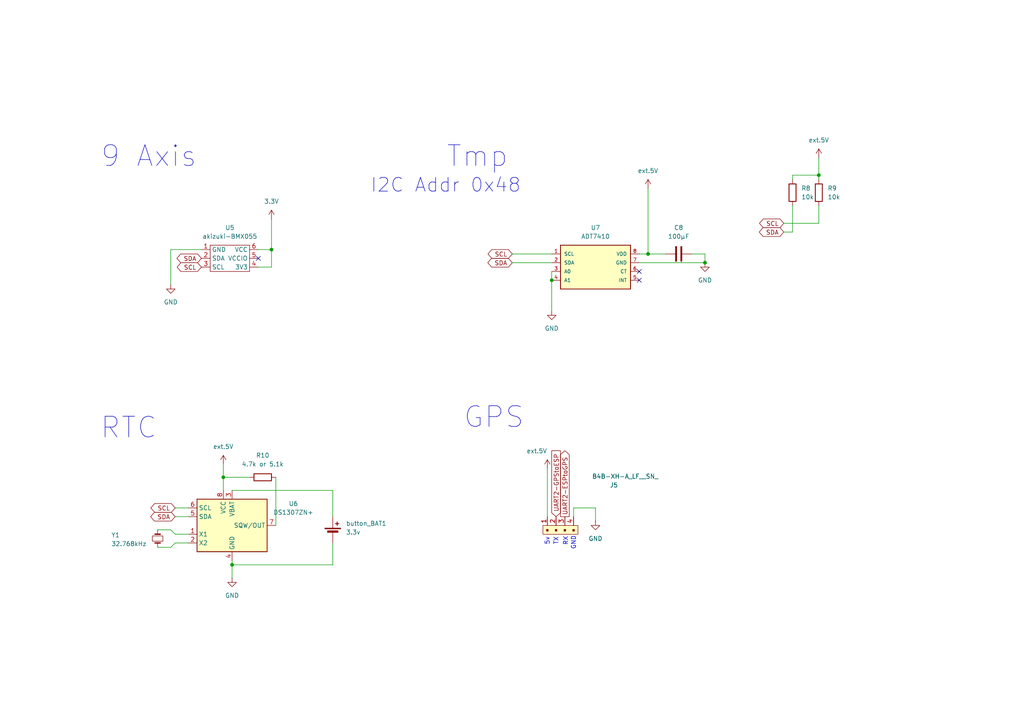
<source format=kicad_sch>
(kicad_sch
	(version 20231120)
	(generator "eeschema")
	(generator_version "8.0")
	(uuid "e586666c-f246-4df7-8a18-ea36252038e3")
	(paper "A4")
	(lib_symbols
		(symbol "01.Main-IMU:akizuki-BMX055"
			(exclude_from_sim no)
			(in_bom yes)
			(on_board yes)
			(property "Reference" "U"
				(at 0 1.27 0)
				(effects
					(font
						(size 1.27 1.27)
					)
				)
			)
			(property "Value" ""
				(at 0 0 0)
				(effects
					(font
						(size 1.27 1.27)
					)
				)
			)
			(property "Footprint" ""
				(at 0 0 0)
				(effects
					(font
						(size 1.27 1.27)
					)
					(hide yes)
				)
			)
			(property "Datasheet" ""
				(at 0 0 0)
				(effects
					(font
						(size 1.27 1.27)
					)
					(hide yes)
				)
			)
			(property "Description" ""
				(at 0 0 0)
				(effects
					(font
						(size 1.27 1.27)
					)
					(hide yes)
				)
			)
			(symbol "akizuki-BMX055_0_1"
				(rectangle
					(start 0 0)
					(end 11.43 -7.62)
					(stroke
						(width 0)
						(type default)
					)
					(fill
						(type none)
					)
				)
			)
			(symbol "akizuki-BMX055_1_1"
				(pin power_in line
					(at -2.54 -1.27 0)
					(length 2.54)
					(name "GND"
						(effects
							(font
								(size 1.27 1.27)
							)
						)
					)
					(number "1"
						(effects
							(font
								(size 1.27 1.27)
							)
						)
					)
				)
				(pin bidirectional line
					(at -2.54 -3.81 0)
					(length 2.54)
					(name "SDA"
						(effects
							(font
								(size 1.27 1.27)
							)
						)
					)
					(number "2"
						(effects
							(font
								(size 1.27 1.27)
							)
						)
					)
				)
				(pin bidirectional line
					(at -2.54 -6.35 0)
					(length 2.54)
					(name "SCL"
						(effects
							(font
								(size 1.27 1.27)
							)
						)
					)
					(number "3"
						(effects
							(font
								(size 1.27 1.27)
							)
						)
					)
				)
				(pin bidirectional line
					(at 13.97 -6.35 180)
					(length 2.54)
					(name "3V3"
						(effects
							(font
								(size 1.27 1.27)
							)
						)
					)
					(number "4"
						(effects
							(font
								(size 1.27 1.27)
							)
						)
					)
				)
				(pin bidirectional line
					(at 13.97 -3.81 180)
					(length 2.54)
					(name "VCCIO"
						(effects
							(font
								(size 1.27 1.27)
							)
						)
					)
					(number "5"
						(effects
							(font
								(size 1.27 1.27)
							)
						)
					)
				)
				(pin bidirectional line
					(at 13.97 -1.27 180)
					(length 2.54)
					(name "VCC"
						(effects
							(font
								(size 1.27 1.27)
							)
						)
					)
					(number "6"
						(effects
							(font
								(size 1.27 1.27)
							)
						)
					)
				)
			)
		)
		(symbol "ADT7410:ADT7410"
			(pin_names
				(offset 1.016)
			)
			(exclude_from_sim no)
			(in_bom yes)
			(on_board yes)
			(property "Reference" "U"
				(at -10.16 8.89 0)
				(effects
					(font
						(size 1.27 1.27)
					)
					(justify left bottom)
				)
			)
			(property "Value" "ADT7410"
				(at -10.16 -7.62 0)
				(effects
					(font
						(size 1.27 1.27)
					)
					(justify left bottom)
				)
			)
			(property "Footprint" "ADT7410:SOIC8"
				(at 0 0 0)
				(effects
					(font
						(size 1.27 1.27)
					)
					(justify bottom)
					(hide yes)
				)
			)
			(property "Datasheet" ""
				(at 0 0 0)
				(effects
					(font
						(size 1.27 1.27)
					)
					(hide yes)
				)
			)
			(property "Description" ""
				(at 0 0 0)
				(effects
					(font
						(size 1.27 1.27)
					)
					(hide yes)
				)
			)
			(property "MF" "Analog Devices"
				(at 0 0 0)
				(effects
					(font
						(size 1.27 1.27)
					)
					(justify bottom)
					(hide yes)
				)
			)
			(property "Description_1" "\nTemperature Sensor Digital, Local -55°C ~ 150°C 15 b 8-SOIC\n"
				(at 0 0 0)
				(effects
					(font
						(size 1.27 1.27)
					)
					(justify bottom)
					(hide yes)
				)
			)
			(property "Package" "SOIC-8 Analog Devices"
				(at 0 0 0)
				(effects
					(font
						(size 1.27 1.27)
					)
					(justify bottom)
					(hide yes)
				)
			)
			(property "Price" "None"
				(at 0 0 0)
				(effects
					(font
						(size 1.27 1.27)
					)
					(justify bottom)
					(hide yes)
				)
			)
			(property "SnapEDA_Link" "https://www.snapeda.com/parts/ADT7410/Analog+Devices/view-part/?ref=snap"
				(at 0 0 0)
				(effects
					(font
						(size 1.27 1.27)
					)
					(justify bottom)
					(hide yes)
				)
			)
			(property "MP" "ADT7410"
				(at 0 0 0)
				(effects
					(font
						(size 1.27 1.27)
					)
					(justify bottom)
					(hide yes)
				)
			)
			(property "Purchase-URL" "https://www.snapeda.com/api/url_track_click_mouser/?unipart_id=3597577&manufacturer=Analog Devices&part_name=ADT7410&search_term=None"
				(at 0 0 0)
				(effects
					(font
						(size 1.27 1.27)
					)
					(justify bottom)
					(hide yes)
				)
			)
			(property "Availability" "In Stock"
				(at 0 0 0)
				(effects
					(font
						(size 1.27 1.27)
					)
					(justify bottom)
					(hide yes)
				)
			)
			(property "Check_prices" "https://www.snapeda.com/parts/ADT7410/Analog+Devices/view-part/?ref=eda"
				(at 0 0 0)
				(effects
					(font
						(size 1.27 1.27)
					)
					(justify bottom)
					(hide yes)
				)
			)
			(symbol "ADT7410_0_0"
				(rectangle
					(start -10.16 -5.08)
					(end 10.16 7.62)
					(stroke
						(width 0.254)
						(type default)
					)
					(fill
						(type background)
					)
				)
				(pin bidirectional line
					(at -12.7 5.08 0)
					(length 2.54)
					(name "SCL"
						(effects
							(font
								(size 1.016 1.016)
							)
						)
					)
					(number "1"
						(effects
							(font
								(size 1.016 1.016)
							)
						)
					)
				)
				(pin bidirectional line
					(at -12.7 2.54 0)
					(length 2.54)
					(name "SDA"
						(effects
							(font
								(size 1.016 1.016)
							)
						)
					)
					(number "2"
						(effects
							(font
								(size 1.016 1.016)
							)
						)
					)
				)
				(pin bidirectional line
					(at -12.7 0 0)
					(length 2.54)
					(name "A0"
						(effects
							(font
								(size 1.016 1.016)
							)
						)
					)
					(number "3"
						(effects
							(font
								(size 1.016 1.016)
							)
						)
					)
				)
				(pin bidirectional line
					(at -12.7 -2.54 0)
					(length 2.54)
					(name "A1"
						(effects
							(font
								(size 1.016 1.016)
							)
						)
					)
					(number "4"
						(effects
							(font
								(size 1.016 1.016)
							)
						)
					)
				)
				(pin bidirectional line
					(at 12.7 -2.54 180)
					(length 2.54)
					(name "INT"
						(effects
							(font
								(size 1.016 1.016)
							)
						)
					)
					(number "5"
						(effects
							(font
								(size 1.016 1.016)
							)
						)
					)
				)
				(pin bidirectional line
					(at 12.7 0 180)
					(length 2.54)
					(name "CT"
						(effects
							(font
								(size 1.016 1.016)
							)
						)
					)
					(number "6"
						(effects
							(font
								(size 1.016 1.016)
							)
						)
					)
				)
				(pin power_in line
					(at 12.7 2.54 180)
					(length 2.54)
					(name "GND"
						(effects
							(font
								(size 1.016 1.016)
							)
						)
					)
					(number "7"
						(effects
							(font
								(size 1.016 1.016)
							)
						)
					)
				)
				(pin power_in line
					(at 12.7 5.08 180)
					(length 2.54)
					(name "VDD"
						(effects
							(font
								(size 1.016 1.016)
							)
						)
					)
					(number "8"
						(effects
							(font
								(size 1.016 1.016)
							)
						)
					)
				)
			)
		)
		(symbol "Device:Battery_Cell"
			(pin_numbers hide)
			(pin_names
				(offset 0) hide)
			(exclude_from_sim no)
			(in_bom yes)
			(on_board yes)
			(property "Reference" "button_BAT1"
				(at 3.81 3.1116 0)
				(effects
					(font
						(size 1.27 1.27)
					)
					(justify left)
				)
			)
			(property "Value" "3.3v"
				(at 3.81 0.5716 0)
				(effects
					(font
						(size 1.27 1.27)
					)
					(justify left)
				)
			)
			(property "Footprint" "snapEDA:BAT_CH291-1220LF"
				(at 0 1.524 90)
				(effects
					(font
						(size 1.27 1.27)
					)
					(hide yes)
				)
			)
			(property "Datasheet" "~"
				(at 0 1.524 90)
				(effects
					(font
						(size 1.27 1.27)
					)
					(hide yes)
				)
			)
			(property "Description" "Single-cell battery"
				(at 0 0 0)
				(effects
					(font
						(size 1.27 1.27)
					)
					(hide yes)
				)
			)
			(property "ki_keywords" "battery cell"
				(at 0 0 0)
				(effects
					(font
						(size 1.27 1.27)
					)
					(hide yes)
				)
			)
			(symbol "Battery_Cell_0_1"
				(rectangle
					(start -2.286 1.778)
					(end 2.286 1.524)
					(stroke
						(width 0)
						(type default)
					)
					(fill
						(type outline)
					)
				)
				(rectangle
					(start -1.524 1.016)
					(end 1.524 0.508)
					(stroke
						(width 0)
						(type default)
					)
					(fill
						(type outline)
					)
				)
				(polyline
					(pts
						(xy 0 0.762) (xy 0 0)
					)
					(stroke
						(width 0)
						(type default)
					)
					(fill
						(type none)
					)
				)
				(polyline
					(pts
						(xy 0 1.778) (xy 0 2.54)
					)
					(stroke
						(width 0)
						(type default)
					)
					(fill
						(type none)
					)
				)
				(polyline
					(pts
						(xy 0.762 3.048) (xy 1.778 3.048)
					)
					(stroke
						(width 0.254)
						(type default)
					)
					(fill
						(type none)
					)
				)
				(polyline
					(pts
						(xy 1.27 3.556) (xy 1.27 2.54)
					)
					(stroke
						(width 0.254)
						(type default)
					)
					(fill
						(type none)
					)
				)
			)
			(symbol "Battery_Cell_1_1"
				(pin passive line
					(at 0 5.08 270)
					(length 2.54)
					(name "+"
						(effects
							(font
								(size 1.27 1.27)
							)
						)
					)
					(number "1"
						(effects
							(font
								(size 1.27 1.27)
							)
						)
					)
				)
				(pin passive line
					(at 0 -2.54 90)
					(length 2.54)
					(name "-"
						(effects
							(font
								(size 1.27 1.27)
							)
						)
					)
					(number "2"
						(effects
							(font
								(size 1.27 1.27)
							)
						)
					)
				)
			)
		)
		(symbol "Device:R"
			(pin_numbers hide)
			(pin_names
				(offset 0)
			)
			(exclude_from_sim no)
			(in_bom yes)
			(on_board yes)
			(property "Reference" "R"
				(at 2.032 0 90)
				(effects
					(font
						(size 1.27 1.27)
					)
				)
			)
			(property "Value" "R"
				(at 0 0 90)
				(effects
					(font
						(size 1.27 1.27)
					)
				)
			)
			(property "Footprint" ""
				(at -1.778 0 90)
				(effects
					(font
						(size 1.27 1.27)
					)
					(hide yes)
				)
			)
			(property "Datasheet" "~"
				(at 0 0 0)
				(effects
					(font
						(size 1.27 1.27)
					)
					(hide yes)
				)
			)
			(property "Description" "Resistor"
				(at 0 0 0)
				(effects
					(font
						(size 1.27 1.27)
					)
					(hide yes)
				)
			)
			(property "ki_keywords" "R res resistor"
				(at 0 0 0)
				(effects
					(font
						(size 1.27 1.27)
					)
					(hide yes)
				)
			)
			(property "ki_fp_filters" "R_*"
				(at 0 0 0)
				(effects
					(font
						(size 1.27 1.27)
					)
					(hide yes)
				)
			)
			(symbol "R_0_1"
				(rectangle
					(start -1.016 -2.54)
					(end 1.016 2.54)
					(stroke
						(width 0.254)
						(type default)
					)
					(fill
						(type none)
					)
				)
			)
			(symbol "R_1_1"
				(pin passive line
					(at 0 3.81 270)
					(length 1.27)
					(name "~"
						(effects
							(font
								(size 1.27 1.27)
							)
						)
					)
					(number "1"
						(effects
							(font
								(size 1.27 1.27)
							)
						)
					)
				)
				(pin passive line
					(at 0 -3.81 90)
					(length 1.27)
					(name "~"
						(effects
							(font
								(size 1.27 1.27)
							)
						)
					)
					(number "2"
						(effects
							(font
								(size 1.27 1.27)
							)
						)
					)
				)
			)
		)
		(symbol "SparkFun-Capacitor:C"
			(pin_numbers hide)
			(pin_names
				(offset 0.254)
			)
			(exclude_from_sim no)
			(in_bom yes)
			(on_board yes)
			(property "Reference" "C"
				(at 0.635 2.54 0)
				(effects
					(font
						(size 1.27 1.27)
					)
					(justify left)
				)
			)
			(property "Value" "C"
				(at 0.635 -2.54 0)
				(effects
					(font
						(size 1.27 1.27)
					)
					(justify left)
				)
			)
			(property "Footprint" "SparkFun-Capacitor:C_0603_1608Metric"
				(at 0.9652 -11.43 0)
				(effects
					(font
						(size 1.27 1.27)
					)
					(hide yes)
				)
			)
			(property "Datasheet" "https://cdn.sparkfun.com/assets/8/a/4/a/5/Kemet_Capacitor_Datasheet.pdf"
				(at 1.27 -16.51 0)
				(effects
					(font
						(size 1.27 1.27)
					)
					(hide yes)
				)
			)
			(property "Description" "Unpolarized capacitor"
				(at 0 0 0)
				(effects
					(font
						(size 1.27 1.27)
					)
					(hide yes)
				)
			)
			(property "PROD_ID" "CAP-00000"
				(at 0 -13.97 0)
				(effects
					(font
						(size 1.27 1.27)
					)
					(hide yes)
				)
			)
			(property "Voltage" "1kV"
				(at 0 -6.35 0)
				(effects
					(font
						(size 1.27 1.27)
					)
				)
			)
			(property "Tolerance" "100%"
				(at 0 -8.89 0)
				(effects
					(font
						(size 1.27 1.27)
					)
				)
			)
			(property "ki_keywords" "cap capacitor"
				(at 0 0 0)
				(effects
					(font
						(size 1.27 1.27)
					)
					(hide yes)
				)
			)
			(property "ki_fp_filters" "C_*"
				(at 0 0 0)
				(effects
					(font
						(size 1.27 1.27)
					)
					(hide yes)
				)
			)
			(symbol "C_0_1"
				(polyline
					(pts
						(xy -2.032 -0.762) (xy 2.032 -0.762)
					)
					(stroke
						(width 0.508)
						(type default)
					)
					(fill
						(type none)
					)
				)
				(polyline
					(pts
						(xy -2.032 0.762) (xy 2.032 0.762)
					)
					(stroke
						(width 0.508)
						(type default)
					)
					(fill
						(type none)
					)
				)
			)
			(symbol "C_1_1"
				(pin passive line
					(at 0 3.81 270)
					(length 2.794)
					(name "~"
						(effects
							(font
								(size 1.27 1.27)
							)
						)
					)
					(number "1"
						(effects
							(font
								(size 1.27 1.27)
							)
						)
					)
				)
				(pin passive line
					(at 0 -3.81 90)
					(length 2.794)
					(name "~"
						(effects
							(font
								(size 1.27 1.27)
							)
						)
					)
					(number "2"
						(effects
							(font
								(size 1.27 1.27)
							)
						)
					)
				)
			)
		)
		(symbol "SparkFun-Clock:Crystal"
			(pin_numbers hide)
			(pin_names
				(offset 1.016) hide)
			(exclude_from_sim no)
			(in_bom yes)
			(on_board yes)
			(property "Reference" "Y"
				(at 0 2.54 0)
				(effects
					(font
						(size 1.27 1.27)
					)
				)
			)
			(property "Value" "Crystal"
				(at 0 -2.54 0)
				(effects
					(font
						(size 1.27 1.27)
					)
				)
			)
			(property "Footprint" "SparkFun-Clock:CRYSTAL-SMD-2.0X1.6MM"
				(at 0 -7.62 0)
				(effects
					(font
						(size 1.27 1.27)
					)
					(hide yes)
				)
			)
			(property "Datasheet" "~"
				(at 0 -5.08 0)
				(effects
					(font
						(size 1.27 1.27)
					)
					(hide yes)
				)
			)
			(property "Description" "Crystal"
				(at 0 0 0)
				(effects
					(font
						(size 1.27 1.27)
					)
					(hide yes)
				)
			)
			(property "PROD_ID" "XTAL-"
				(at 0 -10.16 0)
				(effects
					(font
						(size 1.27 1.27)
					)
					(hide yes)
				)
			)
			(property "ki_keywords" "quartz ceramic resonator oscillator"
				(at 0 0 0)
				(effects
					(font
						(size 1.27 1.27)
					)
					(hide yes)
				)
			)
			(property "ki_fp_filters" "Crystal*"
				(at 0 0 0)
				(effects
					(font
						(size 1.27 1.27)
					)
					(hide yes)
				)
			)
			(symbol "Crystal_0_1"
				(rectangle
					(start -0.762 -1.524)
					(end 0.762 1.524)
					(stroke
						(width 0)
						(type default)
					)
					(fill
						(type none)
					)
				)
				(polyline
					(pts
						(xy -1.27 -0.762) (xy -1.27 0.762)
					)
					(stroke
						(width 0.381)
						(type default)
					)
					(fill
						(type none)
					)
				)
				(polyline
					(pts
						(xy 1.27 -0.762) (xy 1.27 0.762)
					)
					(stroke
						(width 0.381)
						(type default)
					)
					(fill
						(type none)
					)
				)
			)
			(symbol "Crystal_1_1"
				(pin passive line
					(at -2.54 0 0)
					(length 1.27)
					(name "1"
						(effects
							(font
								(size 1.27 1.27)
							)
						)
					)
					(number "1"
						(effects
							(font
								(size 1.27 1.27)
							)
						)
					)
				)
				(pin passive line
					(at 2.54 0 180)
					(length 1.27)
					(name "2"
						(effects
							(font
								(size 1.27 1.27)
							)
						)
					)
					(number "2"
						(effects
							(font
								(size 1.27 1.27)
							)
						)
					)
				)
			)
		)
		(symbol "SparkFun-PowerSymbol:3.3V"
			(power)
			(pin_names
				(offset 0)
			)
			(exclude_from_sim no)
			(in_bom yes)
			(on_board yes)
			(property "Reference" "#PWR"
				(at 0 -3.81 0)
				(effects
					(font
						(size 1.27 1.27)
					)
					(hide yes)
				)
			)
			(property "Value" "3.3V"
				(at 0 3.556 0)
				(effects
					(font
						(size 1.27 1.27)
					)
				)
			)
			(property "Footprint" ""
				(at 0 0 0)
				(effects
					(font
						(size 1.27 1.27)
					)
					(hide yes)
				)
			)
			(property "Datasheet" ""
				(at 0 0 0)
				(effects
					(font
						(size 1.27 1.27)
					)
					(hide yes)
				)
			)
			(property "Description" "Power symbol creates a global label with name \"3.3V\""
				(at 0 0 0)
				(effects
					(font
						(size 1.27 1.27)
					)
					(hide yes)
				)
			)
			(property "ki_keywords" "global power"
				(at 0 0 0)
				(effects
					(font
						(size 1.27 1.27)
					)
					(hide yes)
				)
			)
			(symbol "3.3V_0_1"
				(polyline
					(pts
						(xy -0.762 1.27) (xy 0 2.54)
					)
					(stroke
						(width 0)
						(type default)
					)
					(fill
						(type none)
					)
				)
				(polyline
					(pts
						(xy 0 0) (xy 0 2.54)
					)
					(stroke
						(width 0)
						(type default)
					)
					(fill
						(type none)
					)
				)
				(polyline
					(pts
						(xy 0 2.54) (xy 0.762 1.27)
					)
					(stroke
						(width 0)
						(type default)
					)
					(fill
						(type none)
					)
				)
			)
			(symbol "3.3V_1_1"
				(pin power_in line
					(at 0 0 90)
					(length 0) hide
					(name "3.3V"
						(effects
							(font
								(size 1.27 1.27)
							)
						)
					)
					(number "1"
						(effects
							(font
								(size 1.27 1.27)
							)
						)
					)
				)
			)
		)
		(symbol "SparkFun-PowerSymbol:5V"
			(power)
			(pin_names
				(offset 0)
			)
			(exclude_from_sim no)
			(in_bom yes)
			(on_board yes)
			(property "Reference" "#PWR"
				(at 0 -3.81 0)
				(effects
					(font
						(size 1.27 1.27)
					)
					(hide yes)
				)
			)
			(property "Value" "5V"
				(at 0 3.556 0)
				(effects
					(font
						(size 1.27 1.27)
					)
				)
			)
			(property "Footprint" ""
				(at 0 0 0)
				(effects
					(font
						(size 1.27 1.27)
					)
					(hide yes)
				)
			)
			(property "Datasheet" ""
				(at 0 0 0)
				(effects
					(font
						(size 1.27 1.27)
					)
					(hide yes)
				)
			)
			(property "Description" "Power symbol creates a global label with name \"5V\""
				(at 0 0 0)
				(effects
					(font
						(size 1.27 1.27)
					)
					(hide yes)
				)
			)
			(property "ki_keywords" "global power"
				(at 0 0 0)
				(effects
					(font
						(size 1.27 1.27)
					)
					(hide yes)
				)
			)
			(symbol "5V_0_1"
				(polyline
					(pts
						(xy -0.762 1.27) (xy 0 2.54)
					)
					(stroke
						(width 0)
						(type default)
					)
					(fill
						(type none)
					)
				)
				(polyline
					(pts
						(xy 0 0) (xy 0 2.54)
					)
					(stroke
						(width 0)
						(type default)
					)
					(fill
						(type none)
					)
				)
				(polyline
					(pts
						(xy 0 2.54) (xy 0.762 1.27)
					)
					(stroke
						(width 0)
						(type default)
					)
					(fill
						(type none)
					)
				)
			)
			(symbol "5V_1_1"
				(pin power_in line
					(at 0 0 90)
					(length 0) hide
					(name "5V"
						(effects
							(font
								(size 1.27 1.27)
							)
						)
					)
					(number "1"
						(effects
							(font
								(size 1.27 1.27)
							)
						)
					)
				)
			)
		)
		(symbol "Timer_RTC:DS1307ZN+"
			(exclude_from_sim no)
			(in_bom yes)
			(on_board yes)
			(property "Reference" "U"
				(at -8.89 8.89 0)
				(effects
					(font
						(size 1.27 1.27)
					)
				)
			)
			(property "Value" "DS1307ZN+"
				(at 1.27 8.89 0)
				(effects
					(font
						(size 1.27 1.27)
					)
					(justify left)
				)
			)
			(property "Footprint" "Package_SO:SOIC-8_3.9x4.9mm_P1.27mm"
				(at 0 -12.7 0)
				(effects
					(font
						(size 1.27 1.27)
					)
					(hide yes)
				)
			)
			(property "Datasheet" "https://datasheets.maximintegrated.com/en/ds/DS1307.pdf"
				(at 0 0 0)
				(effects
					(font
						(size 1.27 1.27)
					)
					(hide yes)
				)
			)
			(property "Description" "64 x 8, Serial, I2C Real-time clock, 4.5V to 5.5V VCC, -40°C to +85°C, SOIC-8"
				(at 0 0 0)
				(effects
					(font
						(size 1.27 1.27)
					)
					(hide yes)
				)
			)
			(property "ki_keywords" "RTC, I2C Timekeeping Chip"
				(at 0 0 0)
				(effects
					(font
						(size 1.27 1.27)
					)
					(hide yes)
				)
			)
			(property "ki_fp_filters" "SOIC*3.9x4.9mm?P1.27mm*"
				(at 0 0 0)
				(effects
					(font
						(size 1.27 1.27)
					)
					(hide yes)
				)
			)
			(symbol "DS1307ZN+_0_1"
				(rectangle
					(start -10.16 7.62)
					(end 10.16 -7.62)
					(stroke
						(width 0.254)
						(type default)
					)
					(fill
						(type background)
					)
				)
			)
			(symbol "DS1307ZN+_1_1"
				(pin input line
					(at -12.7 -2.54 0)
					(length 2.54)
					(name "X1"
						(effects
							(font
								(size 1.27 1.27)
							)
						)
					)
					(number "1"
						(effects
							(font
								(size 1.27 1.27)
							)
						)
					)
				)
				(pin input line
					(at -12.7 -5.08 0)
					(length 2.54)
					(name "X2"
						(effects
							(font
								(size 1.27 1.27)
							)
						)
					)
					(number "2"
						(effects
							(font
								(size 1.27 1.27)
							)
						)
					)
				)
				(pin power_in line
					(at 0 10.16 270)
					(length 2.54)
					(name "VBAT"
						(effects
							(font
								(size 1.27 1.27)
							)
						)
					)
					(number "3"
						(effects
							(font
								(size 1.27 1.27)
							)
						)
					)
				)
				(pin power_in line
					(at 0 -10.16 90)
					(length 2.54)
					(name "GND"
						(effects
							(font
								(size 1.27 1.27)
							)
						)
					)
					(number "4"
						(effects
							(font
								(size 1.27 1.27)
							)
						)
					)
				)
				(pin bidirectional line
					(at -12.7 2.54 0)
					(length 2.54)
					(name "SDA"
						(effects
							(font
								(size 1.27 1.27)
							)
						)
					)
					(number "5"
						(effects
							(font
								(size 1.27 1.27)
							)
						)
					)
				)
				(pin input line
					(at -12.7 5.08 0)
					(length 2.54)
					(name "SCL"
						(effects
							(font
								(size 1.27 1.27)
							)
						)
					)
					(number "6"
						(effects
							(font
								(size 1.27 1.27)
							)
						)
					)
				)
				(pin open_collector line
					(at 12.7 0 180)
					(length 2.54)
					(name "SQW/OUT"
						(effects
							(font
								(size 1.27 1.27)
							)
						)
					)
					(number "7"
						(effects
							(font
								(size 1.27 1.27)
							)
						)
					)
				)
				(pin power_in line
					(at -2.54 10.16 270)
					(length 2.54)
					(name "VCC"
						(effects
							(font
								(size 1.27 1.27)
							)
						)
					)
					(number "8"
						(effects
							(font
								(size 1.27 1.27)
							)
						)
					)
				)
			)
		)
		(symbol "dk_Rectangular-Connectors-Headers-Male-Pins:B4B-XH-A_LF__SN_"
			(pin_names
				(offset 1.016)
			)
			(exclude_from_sim no)
			(in_bom yes)
			(on_board yes)
			(property "Reference" "J"
				(at -2.54 -1.27 0)
				(effects
					(font
						(size 1.27 1.27)
					)
					(justify right)
				)
			)
			(property "Value" "B4B-XH-A_LF__SN_"
				(at 3.81 -3.81 0)
				(effects
					(font
						(size 1.27 1.27)
					)
				)
			)
			(property "Footprint" "digikey-footprints:PinHeader_1x4_P2.5mm_Drill1.1mm"
				(at 5.08 5.08 0)
				(effects
					(font
						(size 1.524 1.524)
					)
					(justify left)
					(hide yes)
				)
			)
			(property "Datasheet" "http://www.jst-mfg.com/product/pdf/eng/eXH.pdf"
				(at 5.08 7.62 0)
				(effects
					(font
						(size 1.524 1.524)
					)
					(justify left)
					(hide yes)
				)
			)
			(property "Description" "CONN HEADER VERT 4POS 2.5MM"
				(at 5.08 25.4 0)
				(effects
					(font
						(size 1.524 1.524)
					)
					(justify left)
					(hide yes)
				)
			)
			(property "Digi-Key_PN" "455-2249-ND"
				(at 5.08 10.16 0)
				(effects
					(font
						(size 1.524 1.524)
					)
					(justify left)
					(hide yes)
				)
			)
			(property "MPN" "B4B-XH-A(LF)(SN)"
				(at 5.08 12.7 0)
				(effects
					(font
						(size 1.524 1.524)
					)
					(justify left)
					(hide yes)
				)
			)
			(property "Category" "Connectors, Interconnects"
				(at 5.08 15.24 0)
				(effects
					(font
						(size 1.524 1.524)
					)
					(justify left)
					(hide yes)
				)
			)
			(property "Family" "Rectangular Connectors - Headers, Male Pins"
				(at 5.08 17.78 0)
				(effects
					(font
						(size 1.524 1.524)
					)
					(justify left)
					(hide yes)
				)
			)
			(property "DK_Datasheet_Link" "http://www.jst-mfg.com/product/pdf/eng/eXH.pdf"
				(at 5.08 20.32 0)
				(effects
					(font
						(size 1.524 1.524)
					)
					(justify left)
					(hide yes)
				)
			)
			(property "DK_Detail_Page" "/product-detail/en/jst-sales-america-inc/B4B-XH-A(LF)(SN)/455-2249-ND/1651047"
				(at 5.08 22.86 0)
				(effects
					(font
						(size 1.524 1.524)
					)
					(justify left)
					(hide yes)
				)
			)
			(property "Manufacturer" "JST Sales America Inc."
				(at 5.08 27.94 0)
				(effects
					(font
						(size 1.524 1.524)
					)
					(justify left)
					(hide yes)
				)
			)
			(property "Status" "Active"
				(at 5.08 30.48 0)
				(effects
					(font
						(size 1.524 1.524)
					)
					(justify left)
					(hide yes)
				)
			)
			(property "ki_keywords" "455-2249-ND XH"
				(at 0 0 0)
				(effects
					(font
						(size 1.27 1.27)
					)
					(hide yes)
				)
			)
			(symbol "B4B-XH-A_LF__SN__1_1"
				(rectangle
					(start -1.27 0)
					(end 8.89 -2.54)
					(stroke
						(width 0)
						(type solid)
					)
					(fill
						(type background)
					)
				)
				(rectangle
					(start -0.254 -1.143)
					(end 0.254 -1.651)
					(stroke
						(width 0)
						(type solid)
					)
					(fill
						(type outline)
					)
				)
				(rectangle
					(start 2.286 -1.143)
					(end 2.794 -1.651)
					(stroke
						(width 0)
						(type solid)
					)
					(fill
						(type outline)
					)
				)
				(rectangle
					(start 4.826 -1.143)
					(end 5.334 -1.651)
					(stroke
						(width 0)
						(type solid)
					)
					(fill
						(type outline)
					)
				)
				(rectangle
					(start 7.366 -1.143)
					(end 7.874 -1.651)
					(stroke
						(width 0)
						(type solid)
					)
					(fill
						(type outline)
					)
				)
				(pin passive line
					(at 0 2.54 270)
					(length 2.54)
					(name "~"
						(effects
							(font
								(size 1.27 1.27)
							)
						)
					)
					(number "1"
						(effects
							(font
								(size 1.27 1.27)
							)
						)
					)
				)
				(pin passive line
					(at 2.54 2.54 270)
					(length 2.54)
					(name "~"
						(effects
							(font
								(size 1.27 1.27)
							)
						)
					)
					(number "2"
						(effects
							(font
								(size 1.27 1.27)
							)
						)
					)
				)
				(pin passive line
					(at 5.08 2.54 270)
					(length 2.54)
					(name "~"
						(effects
							(font
								(size 1.27 1.27)
							)
						)
					)
					(number "3"
						(effects
							(font
								(size 1.27 1.27)
							)
						)
					)
				)
				(pin passive line
					(at 7.62 2.54 270)
					(length 2.54)
					(name "~"
						(effects
							(font
								(size 1.27 1.27)
							)
						)
					)
					(number "4"
						(effects
							(font
								(size 1.27 1.27)
							)
						)
					)
				)
			)
		)
		(symbol "power:GND"
			(power)
			(pin_numbers hide)
			(pin_names
				(offset 0) hide)
			(exclude_from_sim no)
			(in_bom yes)
			(on_board yes)
			(property "Reference" "#PWR"
				(at 0 -6.35 0)
				(effects
					(font
						(size 1.27 1.27)
					)
					(hide yes)
				)
			)
			(property "Value" "GND"
				(at 0 -3.81 0)
				(effects
					(font
						(size 1.27 1.27)
					)
				)
			)
			(property "Footprint" ""
				(at 0 0 0)
				(effects
					(font
						(size 1.27 1.27)
					)
					(hide yes)
				)
			)
			(property "Datasheet" ""
				(at 0 0 0)
				(effects
					(font
						(size 1.27 1.27)
					)
					(hide yes)
				)
			)
			(property "Description" "Power symbol creates a global label with name \"GND\" , ground"
				(at 0 0 0)
				(effects
					(font
						(size 1.27 1.27)
					)
					(hide yes)
				)
			)
			(property "ki_keywords" "global power"
				(at 0 0 0)
				(effects
					(font
						(size 1.27 1.27)
					)
					(hide yes)
				)
			)
			(symbol "GND_0_1"
				(polyline
					(pts
						(xy 0 0) (xy 0 -1.27) (xy 1.27 -1.27) (xy 0 -2.54) (xy -1.27 -1.27) (xy 0 -1.27)
					)
					(stroke
						(width 0)
						(type default)
					)
					(fill
						(type none)
					)
				)
			)
			(symbol "GND_1_1"
				(pin power_in line
					(at 0 0 270)
					(length 0)
					(name "~"
						(effects
							(font
								(size 1.27 1.27)
							)
						)
					)
					(number "1"
						(effects
							(font
								(size 1.27 1.27)
							)
						)
					)
				)
			)
		)
	)
	(junction
		(at 64.77 138.43)
		(diameter 0)
		(color 0 0 0 0)
		(uuid "0905fb69-8d27-43ee-8aa0-5e4525a0ef2e")
	)
	(junction
		(at 187.96 73.66)
		(diameter 0)
		(color 0 0 0 0)
		(uuid "2201f014-e5d4-463b-b2d2-a1bec2d2d411")
	)
	(junction
		(at 160.02 81.28)
		(diameter 0)
		(color 0 0 0 0)
		(uuid "7ebf5de6-cba3-47ed-823c-7d33cba349d3")
	)
	(junction
		(at 237.49 50.8)
		(diameter 0)
		(color 0 0 0 0)
		(uuid "8fed893c-d241-4f3b-b1a6-eb450013126c")
	)
	(junction
		(at 78.74 72.39)
		(diameter 0)
		(color 0 0 0 0)
		(uuid "a34322f7-f9cf-4f5e-9fb4-46330e662cda")
	)
	(junction
		(at 204.47 76.2)
		(diameter 0)
		(color 0 0 0 0)
		(uuid "bbafd74d-7d70-4c57-8832-bcf11b3d1431")
	)
	(junction
		(at 67.31 163.83)
		(diameter 0)
		(color 0 0 0 0)
		(uuid "fe0a0107-5049-47d2-aae0-379b7a719e14")
	)
	(no_connect
		(at 74.93 74.93)
		(uuid "04dd4d68-2f9d-418f-9021-04bba2fdd178")
	)
	(no_connect
		(at 185.42 81.28)
		(uuid "238fb6ce-3ab3-4772-9d25-86646e0a66f2")
	)
	(no_connect
		(at 185.42 78.74)
		(uuid "c4739b4b-dc12-4f63-8c6f-e3b8c205f56a")
	)
	(wire
		(pts
			(xy 50.8 157.48) (xy 54.61 157.48)
		)
		(stroke
			(width 0)
			(type default)
		)
		(uuid "0547ed24-4542-4694-b90c-5818a309184c")
	)
	(wire
		(pts
			(xy 50.8 149.86) (xy 54.61 149.86)
		)
		(stroke
			(width 0)
			(type default)
		)
		(uuid "0d1d9682-6e7f-47fe-a134-9388cf180ab9")
	)
	(wire
		(pts
			(xy 185.42 76.2) (xy 204.47 76.2)
		)
		(stroke
			(width 0)
			(type default)
		)
		(uuid "0eb310ea-58b9-4889-b8a0-5254aaf9c0ec")
	)
	(wire
		(pts
			(xy 49.53 72.39) (xy 58.42 72.39)
		)
		(stroke
			(width 0)
			(type default)
		)
		(uuid "11994871-27d7-4aff-ba8b-edfb614809a4")
	)
	(wire
		(pts
			(xy 227.33 64.77) (xy 237.49 64.77)
		)
		(stroke
			(width 0)
			(type default)
		)
		(uuid "13755776-3e73-4a4a-a34a-190e5a6f31d7")
	)
	(wire
		(pts
			(xy 166.37 147.32) (xy 166.37 149.86)
		)
		(stroke
			(width 0)
			(type default)
		)
		(uuid "1ad89436-09d6-4ece-b86b-96c9a1397076")
	)
	(wire
		(pts
			(xy 227.33 67.31) (xy 229.87 67.31)
		)
		(stroke
			(width 0)
			(type default)
		)
		(uuid "24087687-ddab-4f6a-9f87-9ce980252466")
	)
	(wire
		(pts
			(xy 45.72 158.75) (xy 49.53 158.75)
		)
		(stroke
			(width 0)
			(type default)
		)
		(uuid "2a8c79d0-dc10-4d8c-9938-1574c597dfbe")
	)
	(wire
		(pts
			(xy 237.49 45.72) (xy 237.49 50.8)
		)
		(stroke
			(width 0)
			(type default)
		)
		(uuid "2d82962e-6332-4d21-b4c7-ad9e926a0eb4")
	)
	(wire
		(pts
			(xy 67.31 162.56) (xy 67.31 163.83)
		)
		(stroke
			(width 0)
			(type default)
		)
		(uuid "2f4f33ae-a1bf-462d-b194-0fcb8f6080ac")
	)
	(wire
		(pts
			(xy 74.93 72.39) (xy 78.74 72.39)
		)
		(stroke
			(width 0)
			(type default)
		)
		(uuid "3347c27e-8e13-419f-96bd-a1a58217bb9c")
	)
	(wire
		(pts
			(xy 67.31 163.83) (xy 96.52 163.83)
		)
		(stroke
			(width 0)
			(type default)
		)
		(uuid "42dde972-c797-4599-9813-fcb062b50d4a")
	)
	(wire
		(pts
			(xy 78.74 77.47) (xy 78.74 72.39)
		)
		(stroke
			(width 0)
			(type default)
		)
		(uuid "4673e496-7f5c-4202-b084-176f110ab606")
	)
	(wire
		(pts
			(xy 96.52 157.48) (xy 96.52 163.83)
		)
		(stroke
			(width 0)
			(type default)
		)
		(uuid "48e071a8-0a5d-43db-86ce-7e2e8f95fbf0")
	)
	(wire
		(pts
			(xy 229.87 59.69) (xy 229.87 67.31)
		)
		(stroke
			(width 0)
			(type default)
		)
		(uuid "4d8b6047-cf4c-4a6d-8c83-8d064db222b7")
	)
	(wire
		(pts
			(xy 49.53 153.67) (xy 50.8 154.94)
		)
		(stroke
			(width 0)
			(type default)
		)
		(uuid "51741dec-0b51-4943-a0fc-2e589eb364b5")
	)
	(wire
		(pts
			(xy 67.31 142.24) (xy 96.52 142.24)
		)
		(stroke
			(width 0)
			(type default)
		)
		(uuid "591bcf9c-bce2-4f2d-8706-f6557ea84e45")
	)
	(wire
		(pts
			(xy 172.72 147.32) (xy 172.72 151.13)
		)
		(stroke
			(width 0)
			(type default)
		)
		(uuid "61f7dda9-e0f3-4288-9011-1e9406b479fc")
	)
	(wire
		(pts
			(xy 160.02 78.74) (xy 160.02 81.28)
		)
		(stroke
			(width 0)
			(type default)
		)
		(uuid "6323686b-23cd-4706-b826-ce08451e00aa")
	)
	(wire
		(pts
			(xy 50.8 157.48) (xy 49.53 158.75)
		)
		(stroke
			(width 0)
			(type default)
		)
		(uuid "75197b11-7373-4148-be5e-402b85b54dd9")
	)
	(wire
		(pts
			(xy 187.96 54.61) (xy 187.96 73.66)
		)
		(stroke
			(width 0)
			(type default)
		)
		(uuid "75c3e2d9-2b55-4265-a8dd-31ce1c7362ab")
	)
	(wire
		(pts
			(xy 74.93 77.47) (xy 78.74 77.47)
		)
		(stroke
			(width 0)
			(type default)
		)
		(uuid "7d1d6b3a-c2bc-4732-9ca5-41be03eb5f1f")
	)
	(wire
		(pts
			(xy 50.8 154.94) (xy 54.61 154.94)
		)
		(stroke
			(width 0)
			(type default)
		)
		(uuid "8171df10-dc0f-4b23-a613-38141c72c7ee")
	)
	(wire
		(pts
			(xy 64.77 138.43) (xy 72.39 138.43)
		)
		(stroke
			(width 0)
			(type default)
		)
		(uuid "8c408ab0-1fdf-4f96-b53d-5a9318ff65b7")
	)
	(wire
		(pts
			(xy 64.77 138.43) (xy 64.77 142.24)
		)
		(stroke
			(width 0)
			(type default)
		)
		(uuid "8ffc7039-57c8-41da-8107-ee0677c720a3")
	)
	(wire
		(pts
			(xy 229.87 50.8) (xy 229.87 52.07)
		)
		(stroke
			(width 0)
			(type default)
		)
		(uuid "9978c4ee-62ba-4fc6-9f47-508011d71b0d")
	)
	(wire
		(pts
			(xy 96.52 142.24) (xy 96.52 149.86)
		)
		(stroke
			(width 0)
			(type default)
		)
		(uuid "9aaaf407-8021-4334-804d-a963b570a3ba")
	)
	(wire
		(pts
			(xy 158.75 135.89) (xy 158.75 149.86)
		)
		(stroke
			(width 0)
			(type default)
		)
		(uuid "9dab6596-11ea-4c19-8081-517d44053575")
	)
	(wire
		(pts
			(xy 185.42 73.66) (xy 187.96 73.66)
		)
		(stroke
			(width 0)
			(type default)
		)
		(uuid "9f3d69a0-0f72-4bf7-9b82-eea1a56afc02")
	)
	(wire
		(pts
			(xy 237.49 59.69) (xy 237.49 64.77)
		)
		(stroke
			(width 0)
			(type default)
		)
		(uuid "a3095593-0f4a-45bc-8ed4-9d299ca0d769")
	)
	(wire
		(pts
			(xy 204.47 73.66) (xy 204.47 76.2)
		)
		(stroke
			(width 0)
			(type default)
		)
		(uuid "a8a0f857-56db-46de-a892-ebab3350a836")
	)
	(wire
		(pts
			(xy 49.53 72.39) (xy 49.53 82.55)
		)
		(stroke
			(width 0)
			(type default)
		)
		(uuid "ae7db96b-b938-4a17-9c35-d8b0db624eed")
	)
	(wire
		(pts
			(xy 148.59 73.66) (xy 160.02 73.66)
		)
		(stroke
			(width 0)
			(type default)
		)
		(uuid "b0731f98-73e4-4ad1-a016-fd722a6695e9")
	)
	(wire
		(pts
			(xy 80.01 138.43) (xy 80.01 152.4)
		)
		(stroke
			(width 0)
			(type default)
		)
		(uuid "b8545782-24ca-46ff-8c7c-c7d79ebd6597")
	)
	(wire
		(pts
			(xy 64.77 134.62) (xy 64.77 138.43)
		)
		(stroke
			(width 0)
			(type default)
		)
		(uuid "bdc7923c-30df-47c6-ab33-cab524d30d2e")
	)
	(wire
		(pts
			(xy 187.96 73.66) (xy 193.04 73.66)
		)
		(stroke
			(width 0)
			(type default)
		)
		(uuid "c4c8d990-2215-4609-8c96-528249e651cc")
	)
	(wire
		(pts
			(xy 229.87 50.8) (xy 237.49 50.8)
		)
		(stroke
			(width 0)
			(type default)
		)
		(uuid "ce9f8a2d-93dd-4f92-a081-8b6f58491efe")
	)
	(wire
		(pts
			(xy 160.02 81.28) (xy 160.02 90.17)
		)
		(stroke
			(width 0)
			(type default)
		)
		(uuid "cec6c2d5-0e51-4488-bed9-66f75240ab45")
	)
	(wire
		(pts
			(xy 67.31 163.83) (xy 67.31 167.64)
		)
		(stroke
			(width 0)
			(type default)
		)
		(uuid "d30a3eaf-a63c-4ad6-8069-d301d78211df")
	)
	(wire
		(pts
			(xy 148.59 76.2) (xy 160.02 76.2)
		)
		(stroke
			(width 0)
			(type default)
		)
		(uuid "d5116974-7000-4d3f-b411-2f90887db862")
	)
	(wire
		(pts
			(xy 200.66 73.66) (xy 204.47 73.66)
		)
		(stroke
			(width 0)
			(type default)
		)
		(uuid "dec6d0b8-5c19-43c4-9ce3-3ed0d858f82b")
	)
	(wire
		(pts
			(xy 50.8 147.32) (xy 54.61 147.32)
		)
		(stroke
			(width 0)
			(type default)
		)
		(uuid "dfd75daa-abac-43c7-a3db-0b23a32878f7")
	)
	(wire
		(pts
			(xy 237.49 50.8) (xy 237.49 52.07)
		)
		(stroke
			(width 0)
			(type default)
		)
		(uuid "ed8d4277-6a50-4eb4-b374-be3d014b9c08")
	)
	(wire
		(pts
			(xy 166.37 147.32) (xy 172.72 147.32)
		)
		(stroke
			(width 0)
			(type default)
		)
		(uuid "f32da36c-eba6-4867-8615-044a0b9fa0a4")
	)
	(wire
		(pts
			(xy 45.72 153.67) (xy 49.53 153.67)
		)
		(stroke
			(width 0)
			(type default)
		)
		(uuid "f591ae36-2032-49ef-9629-b5e2ac125d82")
	)
	(wire
		(pts
			(xy 78.74 72.39) (xy 78.74 63.5)
		)
		(stroke
			(width 0)
			(type default)
		)
		(uuid "f752d53f-8c2f-4563-9579-fdce6cb08f37")
	)
	(text "9 Axis"
		(exclude_from_sim no)
		(at 43.18 45.466 0)
		(effects
			(font
				(size 6 6)
			)
		)
		(uuid "130392f3-add2-4010-890f-27c40e009bf9")
	)
	(text "Tmp"
		(exclude_from_sim no)
		(at 138.43 45.466 0)
		(effects
			(font
				(size 6 6)
			)
		)
		(uuid "2c57db85-e3aa-4634-9805-65c4ad4e27e9")
	)
	(text "GPS"
		(exclude_from_sim no)
		(at 143.256 121.158 0)
		(effects
			(font
				(size 6 6)
			)
		)
		(uuid "3817ad68-4e8a-4349-8178-6416a00d8fea")
	)
	(text "TX"
		(exclude_from_sim no)
		(at 161.29 156.972 90)
		(effects
			(font
				(size 1.27 1.27)
			)
		)
		(uuid "4b03f055-d541-416d-9103-0c39cf664dbf")
	)
	(text "GND"
		(exclude_from_sim no)
		(at 166.37 157.48 90)
		(effects
			(font
				(size 1.27 1.27)
			)
		)
		(uuid "65db5205-6627-4dba-af2f-71d2957776af")
	)
	(text "5v"
		(exclude_from_sim no)
		(at 158.75 156.972 90)
		(effects
			(font
				(size 1.27 1.27)
			)
		)
		(uuid "937fa948-b54d-487c-8910-927c50a39e07")
	)
	(text "RTC"
		(exclude_from_sim no)
		(at 37.338 124.206 0)
		(effects
			(font
				(size 6 6)
			)
		)
		(uuid "93a0891e-dc11-4308-9b1a-bd6a39201eab")
	)
	(text "RX"
		(exclude_from_sim no)
		(at 164.084 156.972 90)
		(effects
			(font
				(size 1.27 1.27)
			)
		)
		(uuid "a232f56b-feb6-4cec-8e54-b69d7d10c1ed")
	)
	(text "I2C Addr 0x48"
		(exclude_from_sim no)
		(at 129.286 53.848 0)
		(effects
			(font
				(size 4 4)
			)
		)
		(uuid "c0a3ce0b-88ed-47d8-83be-b631d5eff70f")
	)
	(global_label "SDA"
		(shape bidirectional)
		(at 227.33 67.31 180)
		(fields_autoplaced yes)
		(effects
			(font
				(size 1.27 1.27)
			)
			(justify right)
		)
		(uuid "418bf365-f208-49b0-8b58-0277821ca6ac")
		(property "Intersheetrefs" "${INTERSHEET_REFS}"
			(at 219.6654 67.31 0)
			(effects
				(font
					(size 1.27 1.27)
				)
				(justify right)
				(hide yes)
			)
		)
	)
	(global_label "UART2-ESPtoGPS"
		(shape output)
		(at 163.83 149.86 90)
		(fields_autoplaced yes)
		(effects
			(font
				(size 1.27 1.27)
			)
			(justify left)
		)
		(uuid "6882481a-a483-4306-befd-c033eac9f3f2")
		(property "Intersheetrefs" "${INTERSHEET_REFS}"
			(at 163.83 130.1835 90)
			(effects
				(font
					(size 1.27 1.27)
				)
				(justify left)
				(hide yes)
			)
		)
	)
	(global_label "SDA"
		(shape bidirectional)
		(at 58.42 74.93 180)
		(fields_autoplaced yes)
		(effects
			(font
				(size 1.27 1.27)
			)
			(justify right)
		)
		(uuid "740adcd8-0d7c-4e84-b4e8-f7460565785e")
		(property "Intersheetrefs" "${INTERSHEET_REFS}"
			(at 50.7554 74.93 0)
			(effects
				(font
					(size 1.27 1.27)
				)
				(justify right)
				(hide yes)
			)
		)
	)
	(global_label "UART2-GPStoESP"
		(shape input)
		(at 161.29 149.86 90)
		(fields_autoplaced yes)
		(effects
			(font
				(size 1.27 1.27)
			)
			(justify left)
		)
		(uuid "8621d23b-d1bc-44b0-89f3-1da8473d48f7")
		(property "Intersheetrefs" "${INTERSHEET_REFS}"
			(at 161.29 130.1835 90)
			(effects
				(font
					(size 1.27 1.27)
				)
				(justify left)
				(hide yes)
			)
		)
	)
	(global_label "SCL"
		(shape bidirectional)
		(at 227.33 64.77 180)
		(fields_autoplaced yes)
		(effects
			(font
				(size 1.27 1.27)
			)
			(justify right)
		)
		(uuid "b9679cea-b5f7-41b5-b8b3-2c1ca65aafca")
		(property "Intersheetrefs" "${INTERSHEET_REFS}"
			(at 219.7259 64.77 0)
			(effects
				(font
					(size 1.27 1.27)
				)
				(justify right)
				(hide yes)
			)
		)
	)
	(global_label "SCL"
		(shape bidirectional)
		(at 148.59 73.66 180)
		(fields_autoplaced yes)
		(effects
			(font
				(size 1.27 1.27)
			)
			(justify right)
		)
		(uuid "ba0a048b-147e-4e8a-88a4-db82b1e6d052")
		(property "Intersheetrefs" "${INTERSHEET_REFS}"
			(at 140.9859 73.66 0)
			(effects
				(font
					(size 1.27 1.27)
				)
				(justify right)
				(hide yes)
			)
		)
	)
	(global_label "SCL"
		(shape bidirectional)
		(at 58.42 77.47 180)
		(fields_autoplaced yes)
		(effects
			(font
				(size 1.27 1.27)
			)
			(justify right)
		)
		(uuid "bbbe6fed-9f5b-4e78-8fde-56388b821422")
		(property "Intersheetrefs" "${INTERSHEET_REFS}"
			(at 50.8159 77.47 0)
			(effects
				(font
					(size 1.27 1.27)
				)
				(justify right)
				(hide yes)
			)
		)
	)
	(global_label "SDA"
		(shape bidirectional)
		(at 50.8 149.86 180)
		(fields_autoplaced yes)
		(effects
			(font
				(size 1.27 1.27)
			)
			(justify right)
		)
		(uuid "c815721a-1b1e-4b3d-a648-9e89ed090047")
		(property "Intersheetrefs" "${INTERSHEET_REFS}"
			(at 43.1354 149.86 0)
			(effects
				(font
					(size 1.27 1.27)
				)
				(justify right)
				(hide yes)
			)
		)
	)
	(global_label "SDA"
		(shape bidirectional)
		(at 148.59 76.2 180)
		(fields_autoplaced yes)
		(effects
			(font
				(size 1.27 1.27)
			)
			(justify right)
		)
		(uuid "ca8534c5-dc24-4f9b-a845-afe761322d71")
		(property "Intersheetrefs" "${INTERSHEET_REFS}"
			(at 140.9254 76.2 0)
			(effects
				(font
					(size 1.27 1.27)
				)
				(justify right)
				(hide yes)
			)
		)
	)
	(global_label "SCL"
		(shape bidirectional)
		(at 50.8 147.32 180)
		(fields_autoplaced yes)
		(effects
			(font
				(size 1.27 1.27)
			)
			(justify right)
		)
		(uuid "f9f759cb-b995-4414-a765-dc355c2c2119")
		(property "Intersheetrefs" "${INTERSHEET_REFS}"
			(at 43.1959 147.32 0)
			(effects
				(font
					(size 1.27 1.27)
				)
				(justify right)
				(hide yes)
			)
		)
	)
	(symbol
		(lib_id "SparkFun-PowerSymbol:5V")
		(at 237.49 45.72 0)
		(unit 1)
		(exclude_from_sim no)
		(in_bom yes)
		(on_board yes)
		(dnp no)
		(fields_autoplaced yes)
		(uuid "1cf2de39-e51f-4649-a1a8-8d5245a05cba")
		(property "Reference" "#PWR031"
			(at 237.49 49.53 0)
			(effects
				(font
					(size 1.27 1.27)
				)
				(hide yes)
			)
		)
		(property "Value" "ext.5V"
			(at 237.49 40.64 0)
			(effects
				(font
					(size 1.27 1.27)
				)
			)
		)
		(property "Footprint" ""
			(at 237.49 45.72 0)
			(effects
				(font
					(size 1.27 1.27)
				)
				(hide yes)
			)
		)
		(property "Datasheet" ""
			(at 237.49 45.72 0)
			(effects
				(font
					(size 1.27 1.27)
				)
				(hide yes)
			)
		)
		(property "Description" "Power symbol creates a global label with name \"5V\""
			(at 237.49 45.72 0)
			(effects
				(font
					(size 1.27 1.27)
				)
				(hide yes)
			)
		)
		(pin "1"
			(uuid "1aa16c5a-135e-40da-948e-87237ecaefa6")
		)
		(instances
			(project "Main-IMU"
				(path "/5338e63e-1988-41ba-a797-f5a85d5c350a/bd146200-2a93-42ba-8e66-15734a2d688a"
					(reference "#PWR031")
					(unit 1)
				)
			)
		)
	)
	(symbol
		(lib_id "SparkFun-Capacitor:C")
		(at 196.85 73.66 90)
		(unit 1)
		(exclude_from_sim no)
		(in_bom yes)
		(on_board yes)
		(dnp no)
		(fields_autoplaced yes)
		(uuid "2f114dc9-3fe8-416c-bacb-ea1e7f35b20d")
		(property "Reference" "C8"
			(at 196.85 66.04 90)
			(effects
				(font
					(size 1.27 1.27)
				)
			)
		)
		(property "Value" "100μF"
			(at 196.85 68.58 90)
			(effects
				(font
					(size 1.27 1.27)
				)
			)
		)
		(property "Footprint" "SparkFun-Capacitor:C_0603_1608Metric"
			(at 208.28 72.6948 0)
			(effects
				(font
					(size 1.27 1.27)
				)
				(hide yes)
			)
		)
		(property "Datasheet" "https://cdn.sparkfun.com/assets/8/a/4/a/5/Kemet_Capacitor_Datasheet.pdf"
			(at 213.36 72.39 0)
			(effects
				(font
					(size 1.27 1.27)
				)
				(hide yes)
			)
		)
		(property "Description" "Unpolarized capacitor"
			(at 196.85 73.66 0)
			(effects
				(font
					(size 1.27 1.27)
				)
				(hide yes)
			)
		)
		(property "PROD_ID" "CAP-00000"
			(at 210.82 73.66 0)
			(effects
				(font
					(size 1.27 1.27)
				)
				(hide yes)
			)
		)
		(property "Voltage" "1kV"
			(at 198.1199 69.85 0)
			(effects
				(font
					(size 1.27 1.27)
				)
				(justify left)
				(hide yes)
			)
		)
		(property "Tolerance" "100%"
			(at 200.6599 69.85 0)
			(effects
				(font
					(size 1.27 1.27)
				)
				(justify left)
				(hide yes)
			)
		)
		(pin "1"
			(uuid "8b11653c-ce50-4f96-9daa-dbb7979fb2de")
		)
		(pin "2"
			(uuid "15214557-3265-4d50-bab7-162386791eed")
		)
		(instances
			(project "Main-IMU"
				(path "/5338e63e-1988-41ba-a797-f5a85d5c350a/bd146200-2a93-42ba-8e66-15734a2d688a"
					(reference "C8")
					(unit 1)
				)
			)
		)
	)
	(symbol
		(lib_id "SparkFun-PowerSymbol:3.3V")
		(at 78.74 63.5 0)
		(unit 1)
		(exclude_from_sim no)
		(in_bom yes)
		(on_board yes)
		(dnp no)
		(fields_autoplaced yes)
		(uuid "35028f61-8d90-4c1b-b1f3-ceaac3352067")
		(property "Reference" "#PWR024"
			(at 78.74 67.31 0)
			(effects
				(font
					(size 1.27 1.27)
				)
				(hide yes)
			)
		)
		(property "Value" "3.3V"
			(at 78.74 58.42 0)
			(effects
				(font
					(size 1.27 1.27)
				)
			)
		)
		(property "Footprint" ""
			(at 78.74 63.5 0)
			(effects
				(font
					(size 1.27 1.27)
				)
				(hide yes)
			)
		)
		(property "Datasheet" ""
			(at 78.74 63.5 0)
			(effects
				(font
					(size 1.27 1.27)
				)
				(hide yes)
			)
		)
		(property "Description" "Power symbol creates a global label with name \"3.3V\""
			(at 78.74 63.5 0)
			(effects
				(font
					(size 1.27 1.27)
				)
				(hide yes)
			)
		)
		(pin "1"
			(uuid "fc7625ba-0f59-42dd-974d-d9c326cda268")
		)
		(instances
			(project "Main-IMU"
				(path "/5338e63e-1988-41ba-a797-f5a85d5c350a/bd146200-2a93-42ba-8e66-15734a2d688a"
					(reference "#PWR024")
					(unit 1)
				)
			)
		)
	)
	(symbol
		(lib_id "Timer_RTC:DS1307ZN+")
		(at 67.31 152.4 0)
		(unit 1)
		(exclude_from_sim no)
		(in_bom yes)
		(on_board yes)
		(dnp no)
		(fields_autoplaced yes)
		(uuid "36342787-9ccb-409a-9dbc-9e52d8f708bc")
		(property "Reference" "U6"
			(at 85.09 146.0814 0)
			(effects
				(font
					(size 1.27 1.27)
				)
			)
		)
		(property "Value" "DS1307ZN+"
			(at 85.09 148.6214 0)
			(effects
				(font
					(size 1.27 1.27)
				)
			)
		)
		(property "Footprint" "Package_SO:SOIC-8_3.9x4.9mm_P1.27mm"
			(at 67.31 165.1 0)
			(effects
				(font
					(size 1.27 1.27)
				)
				(hide yes)
			)
		)
		(property "Datasheet" "https://datasheets.maximintegrated.com/en/ds/DS1307.pdf"
			(at 67.31 152.4 0)
			(effects
				(font
					(size 1.27 1.27)
				)
				(hide yes)
			)
		)
		(property "Description" "64 x 8, Serial, I2C Real-time clock, 4.5V to 5.5V VCC, -40°C to +85°C, SOIC-8"
			(at 67.31 152.4 0)
			(effects
				(font
					(size 1.27 1.27)
				)
				(hide yes)
			)
		)
		(pin "3"
			(uuid "c55f9191-6110-4c90-95ae-89ddb40561c7")
		)
		(pin "5"
			(uuid "3de46afd-9efe-40af-81c4-a6e159bfe3b4")
		)
		(pin "6"
			(uuid "f48115c5-9ead-4089-885f-7327d42bbd93")
		)
		(pin "8"
			(uuid "be047380-4efd-440f-b3e8-aece50080c53")
		)
		(pin "2"
			(uuid "2f27add4-8cf3-49c3-a65f-1da04995abd8")
		)
		(pin "4"
			(uuid "9c87bb2c-8e72-40f0-81d2-e378a425a8c9")
		)
		(pin "7"
			(uuid "abf7c320-25b5-42be-8bd3-6b645e2385c3")
		)
		(pin "1"
			(uuid "9f543e47-fba4-4258-b08f-64cfe8346a78")
		)
		(instances
			(project "Main-IMU"
				(path "/5338e63e-1988-41ba-a797-f5a85d5c350a/bd146200-2a93-42ba-8e66-15734a2d688a"
					(reference "U6")
					(unit 1)
				)
			)
		)
	)
	(symbol
		(lib_id "power:GND")
		(at 160.02 90.17 0)
		(unit 1)
		(exclude_from_sim no)
		(in_bom yes)
		(on_board yes)
		(dnp no)
		(fields_autoplaced yes)
		(uuid "39160457-287d-4a98-9705-49c16dbf7aaa")
		(property "Reference" "#PWR027"
			(at 160.02 96.52 0)
			(effects
				(font
					(size 1.27 1.27)
				)
				(hide yes)
			)
		)
		(property "Value" "GND"
			(at 160.02 95.25 0)
			(effects
				(font
					(size 1.27 1.27)
				)
			)
		)
		(property "Footprint" ""
			(at 160.02 90.17 0)
			(effects
				(font
					(size 1.27 1.27)
				)
				(hide yes)
			)
		)
		(property "Datasheet" ""
			(at 160.02 90.17 0)
			(effects
				(font
					(size 1.27 1.27)
				)
				(hide yes)
			)
		)
		(property "Description" "Power symbol creates a global label with name \"GND\" , ground"
			(at 160.02 90.17 0)
			(effects
				(font
					(size 1.27 1.27)
				)
				(hide yes)
			)
		)
		(pin "1"
			(uuid "947b6dbb-4d4c-4475-929e-c04494c57f26")
		)
		(instances
			(project "Main-IMU"
				(path "/5338e63e-1988-41ba-a797-f5a85d5c350a/bd146200-2a93-42ba-8e66-15734a2d688a"
					(reference "#PWR027")
					(unit 1)
				)
			)
		)
	)
	(symbol
		(lib_id "Device:R")
		(at 237.49 55.88 180)
		(unit 1)
		(exclude_from_sim no)
		(in_bom yes)
		(on_board yes)
		(dnp no)
		(fields_autoplaced yes)
		(uuid "3e435532-beb8-46e3-bec0-3d5898f01290")
		(property "Reference" "R9"
			(at 240.03 54.6099 0)
			(effects
				(font
					(size 1.27 1.27)
				)
				(justify right)
			)
		)
		(property "Value" "10k"
			(at 240.03 57.1499 0)
			(effects
				(font
					(size 1.27 1.27)
				)
				(justify right)
			)
		)
		(property "Footprint" "Resistor_SMD:R_0603_1608Metric_Pad0.98x0.95mm_HandSolder"
			(at 239.268 55.88 90)
			(effects
				(font
					(size 1.27 1.27)
				)
				(hide yes)
			)
		)
		(property "Datasheet" "~"
			(at 237.49 55.88 0)
			(effects
				(font
					(size 1.27 1.27)
				)
				(hide yes)
			)
		)
		(property "Description" "Resistor"
			(at 237.49 55.88 0)
			(effects
				(font
					(size 1.27 1.27)
				)
				(hide yes)
			)
		)
		(pin "2"
			(uuid "2dd382be-8aad-4857-bd22-99d381a8ecf1")
		)
		(pin "1"
			(uuid "d0a37a7c-6fef-44b9-bf45-c3866ac4689d")
		)
		(instances
			(project "Main-IMU"
				(path "/5338e63e-1988-41ba-a797-f5a85d5c350a/bd146200-2a93-42ba-8e66-15734a2d688a"
					(reference "R9")
					(unit 1)
				)
			)
		)
	)
	(symbol
		(lib_id "power:GND")
		(at 172.72 151.13 0)
		(unit 1)
		(exclude_from_sim no)
		(in_bom yes)
		(on_board yes)
		(dnp no)
		(fields_autoplaced yes)
		(uuid "3ee6271f-652a-4c66-b6ab-39b9ffce636c")
		(property "Reference" "#PWR028"
			(at 172.72 157.48 0)
			(effects
				(font
					(size 1.27 1.27)
				)
				(hide yes)
			)
		)
		(property "Value" "GND"
			(at 172.72 156.21 0)
			(effects
				(font
					(size 1.27 1.27)
				)
			)
		)
		(property "Footprint" ""
			(at 172.72 151.13 0)
			(effects
				(font
					(size 1.27 1.27)
				)
				(hide yes)
			)
		)
		(property "Datasheet" ""
			(at 172.72 151.13 0)
			(effects
				(font
					(size 1.27 1.27)
				)
				(hide yes)
			)
		)
		(property "Description" "Power symbol creates a global label with name \"GND\" , ground"
			(at 172.72 151.13 0)
			(effects
				(font
					(size 1.27 1.27)
				)
				(hide yes)
			)
		)
		(pin "1"
			(uuid "3e204f99-423c-4705-b2fa-92f7db39026a")
		)
		(instances
			(project "Main-IMU"
				(path "/5338e63e-1988-41ba-a797-f5a85d5c350a/bd146200-2a93-42ba-8e66-15734a2d688a"
					(reference "#PWR028")
					(unit 1)
				)
			)
		)
	)
	(symbol
		(lib_id "01.Main-IMU:akizuki-BMX055")
		(at 60.96 71.12 0)
		(unit 1)
		(exclude_from_sim no)
		(in_bom yes)
		(on_board yes)
		(dnp no)
		(fields_autoplaced yes)
		(uuid "3f733d62-1673-41e2-ae84-314126abca51")
		(property "Reference" "U5"
			(at 66.675 66.04 0)
			(effects
				(font
					(size 1.27 1.27)
				)
			)
		)
		(property "Value" "akizuki-BMX055"
			(at 66.675 68.58 0)
			(effects
				(font
					(size 1.27 1.27)
				)
			)
		)
		(property "Footprint" "Package_DIP:DIP-6_W7.62mm"
			(at 60.96 71.12 0)
			(effects
				(font
					(size 1.27 1.27)
				)
				(hide yes)
			)
		)
		(property "Datasheet" ""
			(at 60.96 71.12 0)
			(effects
				(font
					(size 1.27 1.27)
				)
				(hide yes)
			)
		)
		(property "Description" ""
			(at 60.96 71.12 0)
			(effects
				(font
					(size 1.27 1.27)
				)
				(hide yes)
			)
		)
		(property "フィールド5" ""
			(at 60.96 71.12 0)
			(effects
				(font
					(size 1.27 1.27)
				)
				(hide yes)
			)
		)
		(property "フィールド6" ""
			(at 60.96 71.12 0)
			(effects
				(font
					(size 1.27 1.27)
				)
				(hide yes)
			)
		)
		(property "フィールド7" ""
			(at 60.96 71.12 0)
			(effects
				(font
					(size 1.27 1.27)
				)
				(hide yes)
			)
		)
		(pin "3"
			(uuid "d6bbef13-9ecf-444e-b2ba-6fc26be67114")
		)
		(pin "2"
			(uuid "3d53bb56-667c-4dbf-9026-f978e6e685e1")
		)
		(pin "6"
			(uuid "11fa9886-fcaf-44f9-9256-a0031964d651")
		)
		(pin "4"
			(uuid "c3a8fa6d-2bd2-4ad9-9bb5-df2bf788fe9d")
		)
		(pin "5"
			(uuid "dde4d075-99b7-4f94-b7c1-7a196cf7bbc3")
		)
		(pin "1"
			(uuid "1cbaad68-6d0a-447a-8da3-d903dc8d99af")
		)
		(instances
			(project "Main-IMU"
				(path "/5338e63e-1988-41ba-a797-f5a85d5c350a/bd146200-2a93-42ba-8e66-15734a2d688a"
					(reference "U5")
					(unit 1)
				)
			)
		)
	)
	(symbol
		(lib_id "SparkFun-Clock:Crystal")
		(at 45.72 156.21 90)
		(unit 1)
		(exclude_from_sim no)
		(in_bom yes)
		(on_board yes)
		(dnp no)
		(uuid "3f802f3f-1492-4c3c-8d35-ce329097743d")
		(property "Reference" "Y1"
			(at 32.258 155.194 90)
			(effects
				(font
					(size 1.27 1.27)
				)
				(justify right)
			)
		)
		(property "Value" "32.768kHz"
			(at 32.258 157.734 90)
			(effects
				(font
					(size 1.27 1.27)
				)
				(justify right)
			)
		)
		(property "Footprint" "Crystal:Crystal_SMD_5032-2Pin_5.0x3.2mm"
			(at 53.34 156.21 0)
			(effects
				(font
					(size 1.27 1.27)
				)
				(hide yes)
			)
		)
		(property "Datasheet" "~"
			(at 50.8 156.21 0)
			(effects
				(font
					(size 1.27 1.27)
				)
				(hide yes)
			)
		)
		(property "Description" "Crystal"
			(at 45.72 156.21 0)
			(effects
				(font
					(size 1.27 1.27)
				)
				(hide yes)
			)
		)
		(property "PROD_ID" "XTAL-"
			(at 55.88 156.21 0)
			(effects
				(font
					(size 1.27 1.27)
				)
				(hide yes)
			)
		)
		(pin "1"
			(uuid "f5a9dc47-7faa-41f2-a499-5c8bbaf879b6")
		)
		(pin "2"
			(uuid "e1d5e6c2-6db2-4c13-95da-fa4e82c38295")
		)
		(instances
			(project "Main-IMU"
				(path "/5338e63e-1988-41ba-a797-f5a85d5c350a/bd146200-2a93-42ba-8e66-15734a2d688a"
					(reference "Y1")
					(unit 1)
				)
			)
		)
	)
	(symbol
		(lib_id "Device:R")
		(at 229.87 55.88 0)
		(unit 1)
		(exclude_from_sim no)
		(in_bom yes)
		(on_board yes)
		(dnp no)
		(fields_autoplaced yes)
		(uuid "560aa64c-883f-40e0-85b5-2b2e1253f033")
		(property "Reference" "R8"
			(at 232.41 54.6099 0)
			(effects
				(font
					(size 1.27 1.27)
				)
				(justify left)
			)
		)
		(property "Value" "10k"
			(at 232.41 57.1499 0)
			(effects
				(font
					(size 1.27 1.27)
				)
				(justify left)
			)
		)
		(property "Footprint" "Resistor_SMD:R_0603_1608Metric_Pad0.98x0.95mm_HandSolder"
			(at 228.092 55.88 90)
			(effects
				(font
					(size 1.27 1.27)
				)
				(hide yes)
			)
		)
		(property "Datasheet" "~"
			(at 229.87 55.88 0)
			(effects
				(font
					(size 1.27 1.27)
				)
				(hide yes)
			)
		)
		(property "Description" "Resistor"
			(at 229.87 55.88 0)
			(effects
				(font
					(size 1.27 1.27)
				)
				(hide yes)
			)
		)
		(pin "2"
			(uuid "c8ab6960-1747-4420-aa1c-f72857b8aa54")
		)
		(pin "1"
			(uuid "481dbe90-3773-4f22-bc72-ae1de21b9826")
		)
		(instances
			(project "Main-IMU"
				(path "/5338e63e-1988-41ba-a797-f5a85d5c350a/bd146200-2a93-42ba-8e66-15734a2d688a"
					(reference "R8")
					(unit 1)
				)
			)
		)
	)
	(symbol
		(lib_id "SparkFun-PowerSymbol:5V")
		(at 187.96 54.61 0)
		(unit 1)
		(exclude_from_sim no)
		(in_bom yes)
		(on_board yes)
		(dnp no)
		(fields_autoplaced yes)
		(uuid "5a30ceba-f15b-45f8-90aa-8af18d996c37")
		(property "Reference" "#PWR029"
			(at 187.96 58.42 0)
			(effects
				(font
					(size 1.27 1.27)
				)
				(hide yes)
			)
		)
		(property "Value" "ext.5V"
			(at 187.96 49.53 0)
			(effects
				(font
					(size 1.27 1.27)
				)
			)
		)
		(property "Footprint" ""
			(at 187.96 54.61 0)
			(effects
				(font
					(size 1.27 1.27)
				)
				(hide yes)
			)
		)
		(property "Datasheet" ""
			(at 187.96 54.61 0)
			(effects
				(font
					(size 1.27 1.27)
				)
				(hide yes)
			)
		)
		(property "Description" "Power symbol creates a global label with name \"5V\""
			(at 187.96 54.61 0)
			(effects
				(font
					(size 1.27 1.27)
				)
				(hide yes)
			)
		)
		(pin "1"
			(uuid "580ca9cd-e2a6-41d4-8d8b-9632f714d304")
		)
		(instances
			(project "Main-IMU"
				(path "/5338e63e-1988-41ba-a797-f5a85d5c350a/bd146200-2a93-42ba-8e66-15734a2d688a"
					(reference "#PWR029")
					(unit 1)
				)
			)
		)
	)
	(symbol
		(lib_id "Device:Battery_Cell")
		(at 96.52 154.94 0)
		(unit 1)
		(exclude_from_sim no)
		(in_bom yes)
		(on_board yes)
		(dnp no)
		(fields_autoplaced yes)
		(uuid "5b61b0bb-bfbe-408f-a272-815e67748c37")
		(property "Reference" "button_BAT1"
			(at 100.33 151.8284 0)
			(effects
				(font
					(size 1.27 1.27)
				)
				(justify left)
			)
		)
		(property "Value" "3.3v"
			(at 100.33 154.3684 0)
			(effects
				(font
					(size 1.27 1.27)
				)
				(justify left)
			)
		)
		(property "Footprint" "snapEDA:BAT_CH291-1220LF"
			(at 96.52 153.416 90)
			(effects
				(font
					(size 1.27 1.27)
				)
				(hide yes)
			)
		)
		(property "Datasheet" "~"
			(at 96.52 153.416 90)
			(effects
				(font
					(size 1.27 1.27)
				)
				(hide yes)
			)
		)
		(property "Description" "Single-cell battery"
			(at 96.52 154.94 0)
			(effects
				(font
					(size 1.27 1.27)
				)
				(hide yes)
			)
		)
		(pin "1"
			(uuid "4dea6a95-5ba4-42d1-a067-48e3d91ac9b4")
		)
		(pin "2"
			(uuid "079c8f50-052f-4692-b53d-f336099d72a2")
		)
		(instances
			(project "Main-IMU"
				(path "/5338e63e-1988-41ba-a797-f5a85d5c350a/bd146200-2a93-42ba-8e66-15734a2d688a"
					(reference "button_BAT1")
					(unit 1)
				)
			)
		)
	)
	(symbol
		(lib_id "power:GND")
		(at 204.47 76.2 0)
		(unit 1)
		(exclude_from_sim no)
		(in_bom yes)
		(on_board yes)
		(dnp no)
		(fields_autoplaced yes)
		(uuid "718e36f8-7561-4fe0-b7aa-3ecab90decf5")
		(property "Reference" "#PWR030"
			(at 204.47 82.55 0)
			(effects
				(font
					(size 1.27 1.27)
				)
				(hide yes)
			)
		)
		(property "Value" "GND"
			(at 204.47 81.28 0)
			(effects
				(font
					(size 1.27 1.27)
				)
			)
		)
		(property "Footprint" ""
			(at 204.47 76.2 0)
			(effects
				(font
					(size 1.27 1.27)
				)
				(hide yes)
			)
		)
		(property "Datasheet" ""
			(at 204.47 76.2 0)
			(effects
				(font
					(size 1.27 1.27)
				)
				(hide yes)
			)
		)
		(property "Description" "Power symbol creates a global label with name \"GND\" , ground"
			(at 204.47 76.2 0)
			(effects
				(font
					(size 1.27 1.27)
				)
				(hide yes)
			)
		)
		(pin "1"
			(uuid "294e3a8d-03eb-4f1f-b5c2-22c08f81429d")
		)
		(instances
			(project "Main-IMU"
				(path "/5338e63e-1988-41ba-a797-f5a85d5c350a/bd146200-2a93-42ba-8e66-15734a2d688a"
					(reference "#PWR030")
					(unit 1)
				)
			)
		)
	)
	(symbol
		(lib_id "Device:R")
		(at 76.2 138.43 270)
		(unit 1)
		(exclude_from_sim no)
		(in_bom yes)
		(on_board yes)
		(dnp no)
		(fields_autoplaced yes)
		(uuid "7dfa1517-9451-494a-9aab-3296dd05c160")
		(property "Reference" "R10"
			(at 76.2 132.08 90)
			(effects
				(font
					(size 1.27 1.27)
				)
			)
		)
		(property "Value" "4.7k or 5.1k"
			(at 76.2 134.62 90)
			(effects
				(font
					(size 1.27 1.27)
				)
			)
		)
		(property "Footprint" "Resistor_SMD:R_0603_1608Metric_Pad0.98x0.95mm_HandSolder"
			(at 76.2 136.652 90)
			(effects
				(font
					(size 1.27 1.27)
				)
				(hide yes)
			)
		)
		(property "Datasheet" "~"
			(at 76.2 138.43 0)
			(effects
				(font
					(size 1.27 1.27)
				)
				(hide yes)
			)
		)
		(property "Description" "Resistor"
			(at 76.2 138.43 0)
			(effects
				(font
					(size 1.27 1.27)
				)
				(hide yes)
			)
		)
		(pin "2"
			(uuid "808d040c-62c3-464a-a739-240f6bc42273")
		)
		(pin "1"
			(uuid "24206696-62e4-4fb0-8bf8-d72407c618ad")
		)
		(instances
			(project "Main-IMU"
				(path "/5338e63e-1988-41ba-a797-f5a85d5c350a/bd146200-2a93-42ba-8e66-15734a2d688a"
					(reference "R10")
					(unit 1)
				)
			)
		)
	)
	(symbol
		(lib_id "power:GND")
		(at 49.53 82.55 0)
		(unit 1)
		(exclude_from_sim no)
		(in_bom yes)
		(on_board yes)
		(dnp no)
		(fields_autoplaced yes)
		(uuid "7e7d3291-6a96-4f81-8d37-285bf176d551")
		(property "Reference" "#PWR021"
			(at 49.53 88.9 0)
			(effects
				(font
					(size 1.27 1.27)
				)
				(hide yes)
			)
		)
		(property "Value" "GND"
			(at 49.53 87.63 0)
			(effects
				(font
					(size 1.27 1.27)
				)
			)
		)
		(property "Footprint" ""
			(at 49.53 82.55 0)
			(effects
				(font
					(size 1.27 1.27)
				)
				(hide yes)
			)
		)
		(property "Datasheet" ""
			(at 49.53 82.55 0)
			(effects
				(font
					(size 1.27 1.27)
				)
				(hide yes)
			)
		)
		(property "Description" "Power symbol creates a global label with name \"GND\" , ground"
			(at 49.53 82.55 0)
			(effects
				(font
					(size 1.27 1.27)
				)
				(hide yes)
			)
		)
		(pin "1"
			(uuid "f0cdf09a-a3c9-45ff-b9cc-41938fd1d08d")
		)
		(instances
			(project "Main-IMU"
				(path "/5338e63e-1988-41ba-a797-f5a85d5c350a/bd146200-2a93-42ba-8e66-15734a2d688a"
					(reference "#PWR021")
					(unit 1)
				)
			)
		)
	)
	(symbol
		(lib_id "SparkFun-PowerSymbol:5V")
		(at 64.77 134.62 0)
		(unit 1)
		(exclude_from_sim no)
		(in_bom yes)
		(on_board yes)
		(dnp no)
		(fields_autoplaced yes)
		(uuid "95f04f76-1fa2-4d16-bff2-97339b48a25f")
		(property "Reference" "#PWR022"
			(at 64.77 138.43 0)
			(effects
				(font
					(size 1.27 1.27)
				)
				(hide yes)
			)
		)
		(property "Value" "ext.5V"
			(at 64.77 129.54 0)
			(effects
				(font
					(size 1.27 1.27)
				)
			)
		)
		(property "Footprint" ""
			(at 64.77 134.62 0)
			(effects
				(font
					(size 1.27 1.27)
				)
				(hide yes)
			)
		)
		(property "Datasheet" ""
			(at 64.77 134.62 0)
			(effects
				(font
					(size 1.27 1.27)
				)
				(hide yes)
			)
		)
		(property "Description" "Power symbol creates a global label with name \"5V\""
			(at 64.77 134.62 0)
			(effects
				(font
					(size 1.27 1.27)
				)
				(hide yes)
			)
		)
		(pin "1"
			(uuid "4fa46dd7-bb11-4a8c-b24a-c73255260d92")
		)
		(instances
			(project "Main-IMU"
				(path "/5338e63e-1988-41ba-a797-f5a85d5c350a/bd146200-2a93-42ba-8e66-15734a2d688a"
					(reference "#PWR022")
					(unit 1)
				)
			)
		)
	)
	(symbol
		(lib_id "power:GND")
		(at 67.31 167.64 0)
		(unit 1)
		(exclude_from_sim no)
		(in_bom yes)
		(on_board yes)
		(dnp no)
		(fields_autoplaced yes)
		(uuid "9ed1c888-1031-434e-a929-c8d7974080af")
		(property "Reference" "#PWR023"
			(at 67.31 173.99 0)
			(effects
				(font
					(size 1.27 1.27)
				)
				(hide yes)
			)
		)
		(property "Value" "GND"
			(at 67.31 172.72 0)
			(effects
				(font
					(size 1.27 1.27)
				)
			)
		)
		(property "Footprint" ""
			(at 67.31 167.64 0)
			(effects
				(font
					(size 1.27 1.27)
				)
				(hide yes)
			)
		)
		(property "Datasheet" ""
			(at 67.31 167.64 0)
			(effects
				(font
					(size 1.27 1.27)
				)
				(hide yes)
			)
		)
		(property "Description" "Power symbol creates a global label with name \"GND\" , ground"
			(at 67.31 167.64 0)
			(effects
				(font
					(size 1.27 1.27)
				)
				(hide yes)
			)
		)
		(pin "1"
			(uuid "804b099c-5382-4572-a6c8-c723534a01b9")
		)
		(instances
			(project "Main-IMU"
				(path "/5338e63e-1988-41ba-a797-f5a85d5c350a/bd146200-2a93-42ba-8e66-15734a2d688a"
					(reference "#PWR023")
					(unit 1)
				)
			)
		)
	)
	(symbol
		(lib_id "dk_Rectangular-Connectors-Headers-Male-Pins:B4B-XH-A_LF__SN_")
		(at 158.75 152.4 0)
		(unit 1)
		(exclude_from_sim no)
		(in_bom yes)
		(on_board yes)
		(dnp no)
		(uuid "a14a8ec5-fc59-4e1b-b1cf-18115cd1693e")
		(property "Reference" "J5"
			(at 178.054 140.716 0)
			(effects
				(font
					(size 1.27 1.27)
				)
			)
		)
		(property "Value" "B4B-XH-A_LF__SN_"
			(at 181.356 138.176 0)
			(effects
				(font
					(size 1.27 1.27)
				)
			)
		)
		(property "Footprint" "Connector_JST:JST_XH_S4B-XH-A-1_1x04_P2.50mm_Horizontal"
			(at 163.83 147.32 0)
			(effects
				(font
					(size 1.524 1.524)
				)
				(justify left)
				(hide yes)
			)
		)
		(property "Datasheet" "http://www.jst-mfg.com/product/pdf/eng/eXH.pdf"
			(at 163.83 144.78 0)
			(effects
				(font
					(size 1.524 1.524)
				)
				(justify left)
				(hide yes)
			)
		)
		(property "Description" "CONN HEADER VERT 4POS 2.5MM"
			(at 163.83 127 0)
			(effects
				(font
					(size 1.524 1.524)
				)
				(justify left)
				(hide yes)
			)
		)
		(property "Digi-Key_PN" "455-2249-ND"
			(at 163.83 142.24 0)
			(effects
				(font
					(size 1.524 1.524)
				)
				(justify left)
				(hide yes)
			)
		)
		(property "MPN" "B4B-XH-A(LF)(SN)"
			(at 163.83 139.7 0)
			(effects
				(font
					(size 1.524 1.524)
				)
				(justify left)
				(hide yes)
			)
		)
		(property "Category" "Connectors, Interconnects"
			(at 163.83 137.16 0)
			(effects
				(font
					(size 1.524 1.524)
				)
				(justify left)
				(hide yes)
			)
		)
		(property "Family" "Rectangular Connectors - Headers, Male Pins"
			(at 163.83 134.62 0)
			(effects
				(font
					(size 1.524 1.524)
				)
				(justify left)
				(hide yes)
			)
		)
		(property "DK_Datasheet_Link" "http://www.jst-mfg.com/product/pdf/eng/eXH.pdf"
			(at 163.83 132.08 0)
			(effects
				(font
					(size 1.524 1.524)
				)
				(justify left)
				(hide yes)
			)
		)
		(property "DK_Detail_Page" "/product-detail/en/jst-sales-america-inc/B4B-XH-A(LF)(SN)/455-2249-ND/1651047"
			(at 163.83 129.54 0)
			(effects
				(font
					(size 1.524 1.524)
				)
				(justify left)
				(hide yes)
			)
		)
		(property "Manufacturer" "JST Sales America Inc."
			(at 163.83 124.46 0)
			(effects
				(font
					(size 1.524 1.524)
				)
				(justify left)
				(hide yes)
			)
		)
		(property "Status" "Active"
			(at 163.83 121.92 0)
			(effects
				(font
					(size 1.524 1.524)
				)
				(justify left)
				(hide yes)
			)
		)
		(pin "2"
			(uuid "e02821d2-d04d-44f1-a091-a8a3e3cabf7a")
		)
		(pin "3"
			(uuid "13980547-0d8f-4298-86a9-672d9e84af84")
		)
		(pin "4"
			(uuid "b26f3593-8184-45e1-8187-6c5bf5f2701d")
		)
		(pin "1"
			(uuid "38cf20c0-d509-41e0-a83c-81372527dd4c")
		)
		(instances
			(project "Main-IMU"
				(path "/5338e63e-1988-41ba-a797-f5a85d5c350a/bd146200-2a93-42ba-8e66-15734a2d688a"
					(reference "J5")
					(unit 1)
				)
			)
		)
	)
	(symbol
		(lib_id "ADT7410:ADT7410")
		(at 172.72 78.74 0)
		(unit 1)
		(exclude_from_sim no)
		(in_bom yes)
		(on_board yes)
		(dnp no)
		(fields_autoplaced yes)
		(uuid "afd3b9ed-332b-42d3-aa42-cb46d79a0d24")
		(property "Reference" "U7"
			(at 172.72 66.04 0)
			(effects
				(font
					(size 1.27 1.27)
				)
			)
		)
		(property "Value" "ADT7410"
			(at 172.72 68.58 0)
			(effects
				(font
					(size 1.27 1.27)
				)
			)
		)
		(property "Footprint" "Package_SO:SOIC-8_3.9x4.9mm_P1.27mm"
			(at 172.72 78.74 0)
			(effects
				(font
					(size 1.27 1.27)
				)
				(justify bottom)
				(hide yes)
			)
		)
		(property "Datasheet" ""
			(at 172.72 78.74 0)
			(effects
				(font
					(size 1.27 1.27)
				)
				(hide yes)
			)
		)
		(property "Description" ""
			(at 172.72 78.74 0)
			(effects
				(font
					(size 1.27 1.27)
				)
				(hide yes)
			)
		)
		(property "MF" "Analog Devices"
			(at 172.72 78.74 0)
			(effects
				(font
					(size 1.27 1.27)
				)
				(justify bottom)
				(hide yes)
			)
		)
		(property "Description_1" "\nTemperature Sensor Digital, Local -55°C ~ 150°C 15 b 8-SOIC\n"
			(at 172.72 78.74 0)
			(effects
				(font
					(size 1.27 1.27)
				)
				(justify bottom)
				(hide yes)
			)
		)
		(property "Package" "SOIC-8 Analog Devices"
			(at 172.72 78.74 0)
			(effects
				(font
					(size 1.27 1.27)
				)
				(justify bottom)
				(hide yes)
			)
		)
		(property "Price" "None"
			(at 172.72 78.74 0)
			(effects
				(font
					(size 1.27 1.27)
				)
				(justify bottom)
				(hide yes)
			)
		)
		(property "SnapEDA_Link" "https://www.snapeda.com/parts/ADT7410/Analog+Devices/view-part/?ref=snap"
			(at 172.72 78.74 0)
			(effects
				(font
					(size 1.27 1.27)
				)
				(justify bottom)
				(hide yes)
			)
		)
		(property "MP" "ADT7410"
			(at 172.72 78.74 0)
			(effects
				(font
					(size 1.27 1.27)
				)
				(justify bottom)
				(hide yes)
			)
		)
		(property "Purchase-URL" "https://www.snapeda.com/api/url_track_click_mouser/?unipart_id=3597577&manufacturer=Analog Devices&part_name=ADT7410&search_term=None"
			(at 172.72 78.74 0)
			(effects
				(font
					(size 1.27 1.27)
				)
				(justify bottom)
				(hide yes)
			)
		)
		(property "Availability" "In Stock"
			(at 172.72 78.74 0)
			(effects
				(font
					(size 1.27 1.27)
				)
				(justify bottom)
				(hide yes)
			)
		)
		(property "Check_prices" "https://www.snapeda.com/parts/ADT7410/Analog+Devices/view-part/?ref=eda"
			(at 172.72 78.74 0)
			(effects
				(font
					(size 1.27 1.27)
				)
				(justify bottom)
				(hide yes)
			)
		)
		(pin "5"
			(uuid "ea2f9c12-9c8d-4703-b5d2-602d41de5145")
		)
		(pin "7"
			(uuid "5387d7df-40f6-4239-9f1e-d0261540eb69")
		)
		(pin "4"
			(uuid "df79d11a-7b0a-409d-b181-f3136284e729")
		)
		(pin "3"
			(uuid "c27dd1a3-cccc-4586-b615-0d93b4a84dc6")
		)
		(pin "2"
			(uuid "1d03cd9a-8b91-4539-bf50-12473651a246")
		)
		(pin "8"
			(uuid "ebb02c3d-2380-43e5-a882-a9fa205bbb98")
		)
		(pin "6"
			(uuid "03a028f0-6a70-45d6-8bf0-dfd36941ee28")
		)
		(pin "1"
			(uuid "93f46f46-b022-4d26-a747-51860bc86d63")
		)
		(instances
			(project "Main-IMU"
				(path "/5338e63e-1988-41ba-a797-f5a85d5c350a/bd146200-2a93-42ba-8e66-15734a2d688a"
					(reference "U7")
					(unit 1)
				)
			)
		)
	)
	(symbol
		(lib_id "SparkFun-PowerSymbol:5V")
		(at 158.75 135.89 0)
		(unit 1)
		(exclude_from_sim no)
		(in_bom yes)
		(on_board yes)
		(dnp no)
		(uuid "bfc5e1f1-7438-409a-90ac-8599f8e2764d")
		(property "Reference" "#PWR026"
			(at 158.75 139.7 0)
			(effects
				(font
					(size 1.27 1.27)
				)
				(hide yes)
			)
		)
		(property "Value" "ext.5V"
			(at 155.702 130.81 0)
			(effects
				(font
					(size 1.27 1.27)
				)
			)
		)
		(property "Footprint" ""
			(at 158.75 135.89 0)
			(effects
				(font
					(size 1.27 1.27)
				)
				(hide yes)
			)
		)
		(property "Datasheet" ""
			(at 158.75 135.89 0)
			(effects
				(font
					(size 1.27 1.27)
				)
				(hide yes)
			)
		)
		(property "Description" "Power symbol creates a global label with name \"5V\""
			(at 158.75 135.89 0)
			(effects
				(font
					(size 1.27 1.27)
				)
				(hide yes)
			)
		)
		(pin "1"
			(uuid "6593c8a8-b258-4b0a-ba09-17828fc9dad9")
		)
		(instances
			(project "Main-IMU"
				(path "/5338e63e-1988-41ba-a797-f5a85d5c350a/bd146200-2a93-42ba-8e66-15734a2d688a"
					(reference "#PWR026")
					(unit 1)
				)
			)
		)
	)
)
</source>
